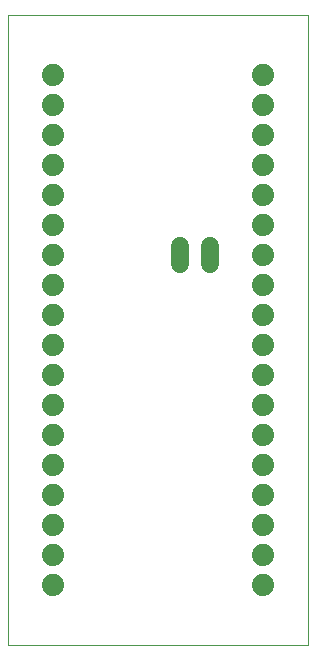
<source format=gbl>
G75*
%MOIN*%
%OFA0B0*%
%FSLAX25Y25*%
%IPPOS*%
%LPD*%
%AMOC8*
5,1,8,0,0,1.08239X$1,22.5*
%
%ADD10C,0.00000*%
%ADD11C,0.06000*%
%ADD12C,0.07400*%
D10*
X0001000Y0011000D02*
X0001000Y0221000D01*
X0101000Y0221000D01*
X0101000Y0011000D01*
X0001000Y0011000D01*
D11*
X0058500Y0138000D02*
X0058500Y0144000D01*
X0068500Y0144000D02*
X0068500Y0138000D01*
D12*
X0086000Y0141000D03*
X0086000Y0131000D03*
X0086000Y0121000D03*
X0086000Y0111000D03*
X0086000Y0101000D03*
X0086000Y0091000D03*
X0086000Y0081000D03*
X0086000Y0071000D03*
X0086000Y0061000D03*
X0086000Y0051000D03*
X0086000Y0041000D03*
X0086000Y0031000D03*
X0086000Y0151000D03*
X0086000Y0161000D03*
X0086000Y0171000D03*
X0086000Y0181000D03*
X0086000Y0191000D03*
X0086000Y0201000D03*
X0016000Y0201000D03*
X0016000Y0191000D03*
X0016000Y0181000D03*
X0016000Y0171000D03*
X0016000Y0161000D03*
X0016000Y0151000D03*
X0016000Y0141000D03*
X0016000Y0131000D03*
X0016000Y0121000D03*
X0016000Y0111000D03*
X0016000Y0101000D03*
X0016000Y0091000D03*
X0016000Y0081000D03*
X0016000Y0071000D03*
X0016000Y0061000D03*
X0016000Y0051000D03*
X0016000Y0041000D03*
X0016000Y0031000D03*
M02*

</source>
